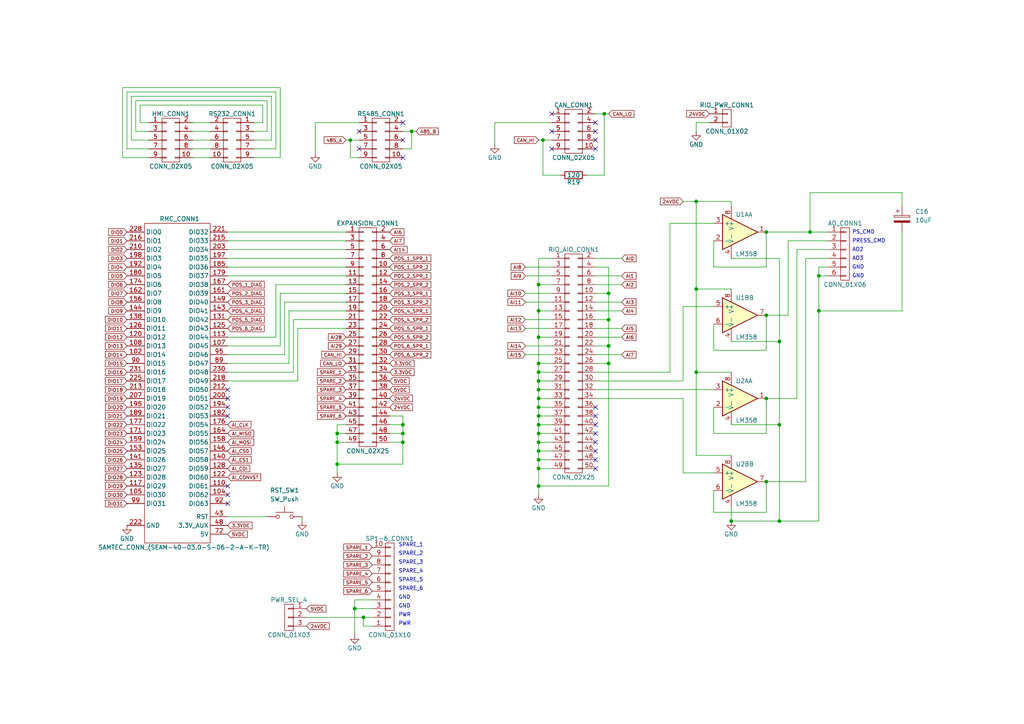
<source format=kicad_sch>
(kicad_sch (version 20250114) (generator "eeschema") (generator_version "9.0")
  (paper "A4")
  (text "SPARE_6" (at 115.57 171.45 0) (effects (font (size 1.0922 1.0922)) (justify left bottom)))
  (text "SPARE_1" (at 115.57 158.75 0) (effects (font (size 1.0922 1.0922)) (justify left bottom)))
  (text "PS_CMD" (at 247.142 68.072 0) (effects (font (size 1.0922 1.0922)) (justify left bottom)))
  (text "GND" (at 115.57 173.99 0) (effects (font (size 1.0922 1.0922)) (justify left bottom)))
  (text "GND" (at 247.142 80.772 0) (effects (font (size 1.0922 1.0922)) (justify left bottom)))
  (text "SPARE_3" (at 115.57 163.83 0) (effects (font (size 1.0922 1.0922)) (justify left bottom)))
  (text "AO3" (at 247.142 75.692 0) (effects (font (size 1.0922 1.0922)) (justify left bottom)))
  (text "GND" (at 247.142 78.232 0) (effects (font (size 1.0922 1.0922)) (justify left bottom)))
  (text "PRESS_CMD" (at 247.142 70.612 0) (effects (font (size 1.0922 1.0922)) (justify left bottom)))
  (text "PWR" (at 115.57 181.61 0) (effects (font (size 1.0922 1.0922)) (justify left bottom)))
  (text "PWR" (at 115.57 179.07 0) (effects (font (size 1.0922 1.0922)) (justify left bottom)))
  (text "AO2" (at 247.142 73.152 0) (effects (font (size 1.0922 1.0922)) (justify left bottom)))
  (text "GND" (at 115.57 176.53 0) (effects (font (size 1.0922 1.0922)) (justify left bottom)))
  (text "SPARE_4" (at 115.57 166.37 0) (effects (font (size 1.0922 1.0922)) (justify left bottom)))
  (text "SPARE_5" (at 115.57 168.91 0) (effects (font (size 1.0922 1.0922)) (justify left bottom)))
  (text "SPARE_2" (at 115.57 161.29 0) (effects (font (size 1.0922 1.0922)) (justify left bottom)))
  (junction (at 119.38 38.1))
  (junction (at 156.21 123.19))
  (junction (at 156.21 120.65))
  (junction (at 226.06 151.13))
  (junction (at 175.26 33.02))
  (junction (at 97.79 125.73))
  (junction (at 156.21 82.55))
  (junction (at 201.93 58.42))
  (junction (at 97.79 134.62))
  (junction (at 237.49 80.01))
  (junction (at 156.21 118.11))
  (junction (at 176.53 85.09))
  (junction (at 222.25 91.44))
  (junction (at 156.21 135.89))
  (junction (at 156.21 125.73))
  (junction (at 201.93 83.82))
  (junction (at 116.84 125.73))
  (junction (at 156.21 140.97))
  (junction (at 116.84 128.27))
  (junction (at 156.21 133.35))
  (junction (at 97.79 128.27))
  (junction (at 156.21 130.81))
  (junction (at 226.06 123.19))
  (junction (at 116.84 123.19))
  (junction (at 156.21 90.17))
  (junction (at 234.95 67.31))
  (junction (at 156.21 105.41))
  (junction (at 176.53 100.33))
  (junction (at 222.25 115.57))
  (junction (at 157.48 40.64))
  (junction (at 101.6 40.64))
  (junction (at 222.25 139.7))
  (junction (at 102.87 176.53))
  (junction (at 222.25 67.31))
  (junction (at 156.21 115.57))
  (junction (at 156.21 107.95))
  (junction (at 105.41 179.07))
  (junction (at 176.53 105.41))
  (junction (at 176.53 92.71))
  (junction (at 226.06 99.06))
  (junction (at 156.21 97.79))
  (junction (at 156.21 113.03))
  (junction (at 156.21 110.49))
  (junction (at 156.21 128.27))
  (junction (at 201.93 107.95))
  (junction (at 237.49 90.17))
  (junction (at 212.09 151.13))
  (no_connect (at 116.84 45.72))
  (no_connect (at 172.72 40.64))
  (no_connect (at 66.04 115.57))
  (no_connect (at 172.72 133.35))
  (no_connect (at 66.04 113.03))
  (no_connect (at 160.02 38.1))
  (no_connect (at 172.72 118.11))
  (no_connect (at 172.72 135.89))
  (no_connect (at 66.04 118.11))
  (no_connect (at 104.14 38.1))
  (no_connect (at 172.72 35.56))
  (no_connect (at 66.04 143.51))
  (no_connect (at 116.84 40.64))
  (no_connect (at 160.02 43.18))
  (no_connect (at 172.72 130.81))
  (no_connect (at 172.72 128.27))
  (no_connect (at 172.72 125.73))
  (no_connect (at 172.72 120.65))
  (no_connect (at 66.04 146.05))
  (no_connect (at 104.14 43.18))
  (no_connect (at 116.84 35.56))
  (no_connect (at 172.72 43.18))
  (no_connect (at 160.02 33.02))
  (no_connect (at 172.72 38.1))
  (no_connect (at 66.04 140.97))
  (no_connect (at 172.72 123.19))
  (no_connect (at 66.04 120.65))
  (wire (pts (xy 212.09 58.42) (xy 212.09 59.69)))
  (wire (pts (xy 198.12 58.42) (xy 201.93 58.42)))
  (wire (pts (xy 85.09 107.95) (xy 85.09 92.71)))
  (wire (pts (xy 83.82 90.17) (xy 100.33 90.17)))
  (wire (pts (xy 81.28 45.72) (xy 73.66 45.72)))
  (wire (pts (xy 198.12 110.49) (xy 172.72 110.49)))
  (wire (pts (xy 66.04 72.39) (xy 100.33 72.39)))
  (wire (pts (xy 66.04 77.47) (xy 100.33 77.47)))
  (wire (pts (xy 222.25 67.31) (xy 222.25 77.47)))
  (wire (pts (xy 156.21 140.97) (xy 156.21 143.51)))
  (wire (pts (xy 88.9 179.07) (xy 105.41 179.07)))
  (wire (pts (xy 104.14 45.72) (xy 101.6 45.72)))
  (wire (pts (xy 207.01 148.59) (xy 207.01 142.24)))
  (wire (pts (xy 226.06 99.06) (xy 212.09 99.06)))
  (wire (pts (xy 43.18 35.56) (xy 40.64 35.56)))
  (wire (pts (xy 83.82 105.41) (xy 83.82 90.17)))
  (wire (pts (xy 78.74 40.64) (xy 73.66 40.64)))
  (wire (pts (xy 170.18 50.8) (xy 175.26 50.8)))
  (wire (pts (xy 160.02 87.63) (xy 152.4 87.63)))
  (wire (pts (xy 86.36 110.49) (xy 86.36 95.25)))
  (wire (pts (xy 222.25 148.59) (xy 207.01 148.59)))
  (wire (pts (xy 55.88 38.1) (xy 60.96 38.1)))
  (wire (pts (xy 201.93 107.95) (xy 201.93 132.08)))
  (wire (pts (xy 104.14 35.56) (xy 91.44 35.56)))
  (wire (pts (xy 102.87 184.15) (xy 102.87 176.53)))
  (wire (pts (xy 222.25 101.6) (xy 207.01 101.6)))
  (wire (pts (xy 40.64 30.48) (xy 76.2 30.48)))
  (wire (pts (xy 172.72 77.47) (xy 176.53 77.47)))
  (wire (pts (xy 119.38 43.18) (xy 119.38 38.1)))
  (wire (pts (xy 231.14 115.57) (xy 231.14 72.39)))
  (wire (pts (xy 175.26 50.8) (xy 175.26 33.02)))
  (wire (pts (xy 156.21 110.49) (xy 160.02 110.49)))
  (wire (pts (xy 201.93 35.56) (xy 201.93 38.1)))
  (wire (pts (xy 180.34 87.63) (xy 172.72 87.63)))
  (wire (pts (xy 226.06 74.93) (xy 226.06 99.06)))
  (wire (pts (xy 116.84 38.1) (xy 119.38 38.1)))
  (wire (pts (xy 160.02 128.27) (xy 156.21 128.27)))
  (wire (pts (xy 237.49 90.17) (xy 237.49 80.01)))
  (wire (pts (xy 156.21 123.19) (xy 156.21 125.73)))
  (wire (pts (xy 176.53 105.41) (xy 176.53 140.97)))
  (wire (pts (xy 152.4 77.47) (xy 160.02 77.47)))
  (wire (pts (xy 157.48 40.64) (xy 160.02 40.64)))
  (wire (pts (xy 40.64 35.56) (xy 40.64 30.48)))
  (wire (pts (xy 240.03 80.01) (xy 237.49 80.01)))
  (wire (pts (xy 160.02 123.19) (xy 156.21 123.19)))
  (wire (pts (xy 172.72 100.33) (xy 176.53 100.33)))
  (wire (pts (xy 76.2 35.56) (xy 73.66 35.56)))
  (wire (pts (xy 228.6 69.85) (xy 240.03 69.85)))
  (wire (pts (xy 116.84 120.65) (xy 116.84 123.19)))
  (wire (pts (xy 55.88 43.18) (xy 60.96 43.18)))
  (wire (pts (xy 91.44 35.56) (xy 91.44 44.45)))
  (wire (pts (xy 160.02 130.81) (xy 156.21 130.81)))
  (wire (pts (xy 237.49 80.01) (xy 237.49 77.47)))
  (wire (pts (xy 152.4 100.33) (xy 160.02 100.33)))
  (wire (pts (xy 97.79 123.19) (xy 97.79 125.73)))
  (wire (pts (xy 113.03 128.27) (xy 116.84 128.27)))
  (wire (pts (xy 39.37 29.21) (xy 39.37 38.1)))
  (wire (pts (xy 226.06 99.06) (xy 226.06 123.19)))
  (wire (pts (xy 156.21 125.73) (xy 156.21 128.27)))
  (wire (pts (xy 66.04 80.01) (xy 100.33 80.01)))
  (wire (pts (xy 81.28 25.4) (xy 81.28 45.72)))
  (wire (pts (xy 226.06 123.19) (xy 212.09 123.19)))
  (wire (pts (xy 119.38 38.1) (xy 120.65 38.1)))
  (wire (pts (xy 97.79 128.27) (xy 97.79 134.62)))
  (wire (pts (xy 107.95 176.53) (xy 102.87 176.53)))
  (wire (pts (xy 73.66 43.18) (xy 80.01 43.18)))
  (wire (pts (xy 201.93 58.42) (xy 212.09 58.42)))
  (wire (pts (xy 152.4 85.09) (xy 160.02 85.09)))
  (wire (pts (xy 36.83 43.18) (xy 43.18 43.18)))
  (wire (pts (xy 82.55 102.87) (xy 82.55 87.63)))
  (wire (pts (xy 97.79 134.62) (xy 97.79 137.16)))
  (wire (pts (xy 198.12 137.16) (xy 207.01 137.16)))
  (wire (pts (xy 43.18 45.72) (xy 35.56 45.72)))
  (wire (pts (xy 73.66 38.1) (xy 77.47 38.1)))
  (wire (pts (xy 66.04 102.87) (xy 82.55 102.87)))
  (wire (pts (xy 100.33 125.73) (xy 97.79 125.73)))
  (wire (pts (xy 55.88 35.56) (xy 60.96 35.56)))
  (wire (pts (xy 176.53 100.33) (xy 176.53 105.41)))
  (wire (pts (xy 175.26 33.02) (xy 176.53 33.02)))
  (wire (pts (xy 172.72 97.79) (xy 180.34 97.79)))
  (wire (pts (xy 116.84 123.19) (xy 116.84 125.73)))
  (wire (pts (xy 116.84 123.19) (xy 113.03 123.19)))
  (wire (pts (xy 39.37 38.1) (xy 43.18 38.1)))
  (wire (pts (xy 81.28 100.33) (xy 81.28 85.09)))
  (wire (pts (xy 156.21 115.57) (xy 156.21 118.11)))
  (wire (pts (xy 205.74 35.56) (xy 201.93 35.56)))
  (wire (pts (xy 156.21 128.27) (xy 156.21 130.81)))
  (wire (pts (xy 82.55 87.63) (xy 100.33 87.63)))
  (wire (pts (xy 222.25 91.44) (xy 222.25 101.6)))
  (wire (pts (xy 176.53 92.71) (xy 176.53 100.33)))
  (wire (pts (xy 201.93 83.82) (xy 201.93 107.95)))
  (wire (pts (xy 160.02 120.65) (xy 156.21 120.65)))
  (wire (pts (xy 66.04 107.95) (xy 85.09 107.95)))
  (wire (pts (xy 156.21 118.11) (xy 156.21 120.65)))
  (wire (pts (xy 156.21 120.65) (xy 156.21 123.19)))
  (wire (pts (xy 116.84 128.27) (xy 116.84 134.62)))
  (wire (pts (xy 222.25 91.44) (xy 228.6 91.44)))
  (wire (pts (xy 157.48 50.8) (xy 157.48 40.64)))
  (wire (pts (xy 66.04 74.93) (xy 100.33 74.93)))
  (wire (pts (xy 143.51 35.56) (xy 143.51 41.91)))
  (wire (pts (xy 38.1 40.64) (xy 38.1 27.94)))
  (wire (pts (xy 212.09 151.13) (xy 226.06 151.13)))
  (wire (pts (xy 66.04 110.49) (xy 86.36 110.49)))
  (wire (pts (xy 231.14 72.39) (xy 240.03 72.39)))
  (wire (pts (xy 207.01 101.6) (xy 207.01 93.98)))
  (wire (pts (xy 97.79 125.73) (xy 97.79 128.27)))
  (wire (pts (xy 156.21 107.95) (xy 156.21 110.49)))
  (wire (pts (xy 160.02 118.11) (xy 156.21 118.11)))
  (wire (pts (xy 66.04 97.79) (xy 80.01 97.79)))
  (wire (pts (xy 66.04 149.86) (xy 77.47 149.86)))
  (wire (pts (xy 35.56 45.72) (xy 35.56 25.4)))
  (wire (pts (xy 77.47 29.21) (xy 39.37 29.21)))
  (wire (pts (xy 176.53 85.09) (xy 176.53 92.71)))
  (wire (pts (xy 207.01 77.47) (xy 207.01 69.85)))
  (wire (pts (xy 198.12 115.57) (xy 198.12 137.16)))
  (wire (pts (xy 237.49 151.13) (xy 237.49 90.17)))
  (wire (pts (xy 36.83 26.67) (xy 36.83 43.18)))
  (wire (pts (xy 212.09 147.32) (xy 212.09 151.13)))
  (wire (pts (xy 100.33 123.19) (xy 97.79 123.19)))
  (wire (pts (xy 116.84 43.18) (xy 119.38 43.18)))
  (wire (pts (xy 194.31 64.77) (xy 207.01 64.77)))
  (wire (pts (xy 105.41 181.61) (xy 105.41 179.07)))
  (wire (pts (xy 102.87 173.99) (xy 107.95 173.99)))
  (wire (pts (xy 116.84 125.73) (xy 116.84 128.27)))
  (wire (pts (xy 55.88 40.64) (xy 60.96 40.64)))
  (wire (pts (xy 194.31 64.77) (xy 194.31 107.95)))
  (wire (pts (xy 201.93 132.08) (xy 212.09 132.08)))
  (wire (pts (xy 38.1 27.94) (xy 78.74 27.94)))
  (wire (pts (xy 116.84 134.62) (xy 97.79 134.62)))
  (wire (pts (xy 43.18 40.64) (xy 38.1 40.64)))
  (wire (pts (xy 156.21 130.81) (xy 156.21 133.35)))
  (wire (pts (xy 66.04 105.41) (xy 83.82 105.41)))
  (wire (pts (xy 80.01 97.79) (xy 80.01 82.55)))
  (wire (pts (xy 80.01 26.67) (xy 36.83 26.67)))
  (wire (pts (xy 233.68 139.7) (xy 233.68 74.93)))
  (wire (pts (xy 160.02 125.73) (xy 156.21 125.73)))
  (wire (pts (xy 87.63 149.86) (xy 87.63 151.13)))
  (wire (pts (xy 107.95 181.61) (xy 105.41 181.61)))
  (wire (pts (xy 156.21 105.41) (xy 156.21 107.95)))
  (wire (pts (xy 156.21 135.89) (xy 156.21 140.97)))
  (wire (pts (xy 80.01 82.55) (xy 100.33 82.55)))
  (wire (pts (xy 172.72 85.09) (xy 176.53 85.09)))
  (wire (pts (xy 113.03 120.65) (xy 116.84 120.65)))
  (wire (pts (xy 156.21 133.35) (xy 156.21 135.89)))
  (wire (pts (xy 160.02 113.03) (xy 156.21 113.03)))
  (wire (pts (xy 76.2 30.48) (xy 76.2 35.56)))
  (wire (pts (xy 198.12 88.9) (xy 198.12 110.49)))
  (wire (pts (xy 261.62 67.31) (xy 261.62 90.17)))
  (wire (pts (xy 156.21 82.55) (xy 156.21 90.17)))
  (wire (pts (xy 66.04 69.85) (xy 100.33 69.85)))
  (wire (pts (xy 156.21 97.79) (xy 156.21 105.41)))
  (wire (pts (xy 156.21 40.64) (xy 157.48 40.64)))
  (wire (pts (xy 152.4 92.71) (xy 160.02 92.71)))
  (wire (pts (xy 160.02 82.55) (xy 156.21 82.55)))
  (wire (pts (xy 222.25 115.57) (xy 222.25 125.73)))
  (wire (pts (xy 81.28 85.09) (xy 100.33 85.09)))
  (wire (pts (xy 86.36 95.25) (xy 100.33 95.25)))
  (wire (pts (xy 160.02 133.35) (xy 156.21 133.35)))
  (wire (pts (xy 226.06 123.19) (xy 226.06 151.13)))
  (wire (pts (xy 261.62 90.17) (xy 237.49 90.17)))
  (wire (pts (xy 156.21 74.93) (xy 156.21 82.55)))
  (wire (pts (xy 35.56 25.4) (xy 81.28 25.4)))
  (wire (pts (xy 55.88 45.72) (xy 60.96 45.72)))
  (wire (pts (xy 176.53 140.97) (xy 156.21 140.97)))
  (wire (pts (xy 160.02 105.41) (xy 156.21 105.41)))
  (wire (pts (xy 78.74 27.94) (xy 78.74 40.64)))
  (wire (pts (xy 160.02 80.01) (xy 152.4 80.01)))
  (wire (pts (xy 261.62 55.88) (xy 234.95 55.88)))
  (wire (pts (xy 160.02 90.17) (xy 156.21 90.17)))
  (wire (pts (xy 105.41 179.07) (xy 107.95 179.07)))
  (wire (pts (xy 222.25 77.47) (xy 207.01 77.47)))
  (wire (pts (xy 101.6 40.64) (xy 104.14 40.64)))
  (wire (pts (xy 226.06 151.13) (xy 237.49 151.13)))
  (wire (pts (xy 207.01 125.73) (xy 207.01 118.11)))
  (wire (pts (xy 180.34 80.01) (xy 172.72 80.01)))
  (wire (pts (xy 180.34 95.25) (xy 172.72 95.25)))
  (wire (pts (xy 156.21 113.03) (xy 156.21 115.57)))
  (wire (pts (xy 156.21 115.57) (xy 160.02 115.57)))
  (wire (pts (xy 228.6 91.44) (xy 228.6 69.85)))
  (wire (pts (xy 172.72 92.71) (xy 176.53 92.71)))
  (wire (pts (xy 102.87 176.53) (xy 102.87 173.99)))
  (wire (pts (xy 172.72 115.57) (xy 198.12 115.57)))
  (wire (pts (xy 240.03 67.31) (xy 234.95 67.31)))
  (wire (pts (xy 100.33 128.27) (xy 97.79 128.27)))
  (wire (pts (xy 80.01 43.18) (xy 80.01 26.67)))
  (wire (pts (xy 180.34 102.87) (xy 172.72 102.87)))
  (wire (pts (xy 143.51 35.56) (xy 160.02 35.56)))
  (wire (pts (xy 101.6 45.72) (xy 101.6 40.64)))
  (wire (pts (xy 201.93 58.42) (xy 201.93 83.82)))
  (wire (pts (xy 85.09 92.71) (xy 100.33 92.71)))
  (wire (pts (xy 212.09 83.82) (xy 201.93 83.82)))
  (wire (pts (xy 77.47 38.1) (xy 77.47 29.21)))
  (wire (pts (xy 100.33 40.64) (xy 101.6 40.64)))
  (wire (pts (xy 66.04 67.31) (xy 100.33 67.31)))
  (wire (pts (xy 156.21 90.17) (xy 156.21 97.79)))
  (wire (pts (xy 222.25 139.7) (xy 233.68 139.7)))
  (wire (pts (xy 172.72 33.02) (xy 175.26 33.02)))
  (wire (pts (xy 172.72 113.03) (xy 207.01 113.03)))
  (wire (pts (xy 156.21 110.49) (xy 156.21 113.03)))
  (wire (pts (xy 201.93 107.95) (xy 212.09 107.95)))
  (wire (pts (xy 113.03 125.73) (xy 116.84 125.73)))
  (wire (pts (xy 222.25 139.7) (xy 222.25 148.59)))
  (wire (pts (xy 234.95 55.88) (xy 234.95 67.31)))
  (wire (pts (xy 160.02 102.87) (xy 152.4 102.87)))
  (wire (pts (xy 66.04 100.33) (xy 81.28 100.33)))
  (wire (pts (xy 156.21 107.95) (xy 160.02 107.95)))
  (wire (pts (xy 194.31 107.95) (xy 172.72 107.95)))
  (wire (pts (xy 160.02 135.89) (xy 156.21 135.89)))
  (wire (pts (xy 233.68 74.93) (xy 240.03 74.93)))
  (wire (pts (xy 222.25 125.73) (xy 207.01 125.73)))
  (wire (pts (xy 222.25 115.57) (xy 231.14 115.57)))
  (wire (pts (xy 198.12 88.9) (xy 207.01 88.9)))
  (wire (pts (xy 234.95 67.31) (xy 222.25 67.31)))
  (wire (pts (xy 160.02 95.25) (xy 152.4 95.25)))
  (wire (pts (xy 160.02 97.79) (xy 156.21 97.79)))
  (wire (pts (xy 162.56 50.8) (xy 157.48 50.8)))
  (wire (pts (xy 226.06 74.93) (xy 212.09 74.93)))
  (wire (pts (xy 172.72 90.17) (xy 180.34 90.17)))
  (wire (pts (xy 156.21 74.93) (xy 160.02 74.93)))
  (wire (pts (xy 176.53 105.41) (xy 172.72 105.41)))
  (wire (pts (xy 172.72 82.55) (xy 180.34 82.55)))
  (wire (pts (xy 172.72 74.93) (xy 180.34 74.93)))
  (wire (pts (xy 176.53 77.47) (xy 176.53 85.09)))
  (wire (pts (xy 237.49 77.47) (xy 240.03 77.47)))
  (wire (pts (xy 261.62 59.69) (xy 261.62 55.88)))
  (global_label "DIO5" (shape input) (at 36.83 80.01 180) (effects (font (size 0.9906 0.9906))) (property "Intersheetrefs" "${INTERSHEET_REFS}" (effects (hide yes))))
  (global_label "POS_4_SPR_1" (shape input) (at 113.03 90.17 0) (effects (font (size 0.9906 0.9906))) (property "Intersheetrefs" "${INTERSHEET_REFS}" (effects (hide yes))))
  (global_label "AI14" (shape input) (at 152.4 100.33 180) (effects (font (size 0.9906 0.9906))) (property "Intersheetrefs" "${INTERSHEET_REFS}" (effects (hide yes))))
  (global_label "SPARE_5" (shape input) (at 107.95 168.91 180) (effects (font (size 0.9906 0.9906))) (property "Intersheetrefs" "${INTERSHEET_REFS}" (effects (hide yes))))
  (global_label "DIO27" (shape input) (at 36.83 135.89 180) (effects (font (size 0.9906 0.9906))) (property "Intersheetrefs" "${INTERSHEET_REFS}" (effects (hide yes))))
  (global_label "AI15" (shape input) (at 152.4 102.87 180) (effects (font (size 0.9906 0.9906))) (property "Intersheetrefs" "${INTERSHEET_REFS}" (effects (hide yes))))
  (global_label "DIO3" (shape input) (at 36.83 74.93 180) (effects (font (size 0.9906 0.9906))) (property "Intersheetrefs" "${INTERSHEET_REFS}" (effects (hide yes))))
  (global_label "24VDC" (shape input) (at 88.9 181.61 0) (effects (font (size 0.9906 0.9906))) (property "Intersheetrefs" "${INTERSHEET_REFS}" (effects (hide yes))))
  (global_label "DIO18" (shape input) (at 36.83 113.03 180) (effects (font (size 0.9906 0.9906))) (property "Intersheetrefs" "${INTERSHEET_REFS}" (effects (hide yes))))
  (global_label "DIO6" (shape input) (at 36.83 82.55 180) (effects (font (size 0.9906 0.9906))) (property "Intersheetrefs" "${INTERSHEET_REFS}" (effects (hide yes))))
  (global_label "POS_6_SPR_2" (shape input) (at 113.03 102.87 0) (effects (font (size 0.9906 0.9906))) (property "Intersheetrefs" "${INTERSHEET_REFS}" (effects (hide yes))))
  (global_label "AI6" (shape input) (at 180.34 97.79 0) (effects (font (size 0.9906 0.9906))) (property "Intersheetrefs" "${INTERSHEET_REFS}" (effects (hide yes))))
  (global_label "AI7" (shape input) (at 180.34 102.87 0) (effects (font (size 0.9906 0.9906))) (property "Intersheetrefs" "${INTERSHEET_REFS}" (effects (hide yes))))
  (global_label "DIO4" (shape input) (at 36.83 77.47 180) (effects (font (size 0.9906 0.9906))) (property "Intersheetrefs" "${INTERSHEET_REFS}" (effects (hide yes))))
  (global_label "DIO17" (shape input) (at 36.83 110.49 180) (effects (font (size 0.9906 0.9906))) (property "Intersheetrefs" "${INTERSHEET_REFS}" (effects (hide yes))))
  (global_label "DIO7" (shape input) (at 36.83 85.09 180) (effects (font (size 0.9906 0.9906))) (property "Intersheetrefs" "${INTERSHEET_REFS}" (effects (hide yes))))
  (global_label "DIO8" (shape input) (at 36.83 87.63 180) (effects (font (size 0.9906 0.9906))) (property "Intersheetrefs" "${INTERSHEET_REFS}" (effects (hide yes))))
  (global_label "DIO26" (shape input) (at 36.83 133.35 180) (effects (font (size 0.9906 0.9906))) (property "Intersheetrefs" "${INTERSHEET_REFS}" (effects (hide yes))))
  (global_label "POS_3_DIAG" (shape input) (at 66.04 87.63 0) (effects (font (size 0.9906 0.9906))) (property "Intersheetrefs" "${INTERSHEET_REFS}" (effects (hide yes))))
  (global_label "AI13" (shape input) (at 152.4 95.25 180) (effects (font (size 0.9906 0.9906))) (property "Intersheetrefs" "${INTERSHEET_REFS}" (effects (hide yes))))
  (global_label "CAN_LO" (shape input) (at 100.33 105.41 180) (effects (font (size 0.9906 0.9906))) (property "Intersheetrefs" "${INTERSHEET_REFS}" (effects (hide yes))))
  (global_label "485_B" (shape input) (at 120.65 38.1 0) (effects (font (size 0.9906 0.9906))) (property "Intersheetrefs" "${INTERSHEET_REFS}" (effects (hide yes))))
  (global_label "AI11" (shape input) (at 152.4 87.63 180) (effects (font (size 0.9906 0.9906))) (property "Intersheetrefs" "${INTERSHEET_REFS}" (effects (hide yes))))
  (global_label "POS_5_DIAG" (shape input) (at 66.04 92.71 0) (effects (font (size 0.9906 0.9906))) (property "Intersheetrefs" "${INTERSHEET_REFS}" (effects (hide yes))))
  (global_label "AI_CLK" (shape input) (at 66.04 123.19 0) (effects (font (size 0.9906 0.9906))) (property "Intersheetrefs" "${INTERSHEET_REFS}" (effects (hide yes))))
  (global_label "CAN_HI" (shape input) (at 100.33 102.87 180) (effects (font (size 0.9906 0.9906))) (property "Intersheetrefs" "${INTERSHEET_REFS}" (effects (hide yes))))
  (global_label "AI29" (shape input) (at 100.33 100.33 180) (effects (font (size 0.9906 0.9906))) (property "Intersheetrefs" "${INTERSHEET_REFS}" (effects (hide yes))))
  (global_label "DIO20" (shape input) (at 36.83 118.11 180) (effects (font (size 0.9906 0.9906))) (property "Intersheetrefs" "${INTERSHEET_REFS}" (effects (hide yes))))
  (global_label "POS_2_SPR_2" (shape input) (at 113.03 82.55 0) (effects (font (size 0.9906 0.9906))) (property "Intersheetrefs" "${INTERSHEET_REFS}" (effects (hide yes))))
  (global_label "AI9" (shape input) (at 152.4 80.01 180) (effects (font (size 0.9906 0.9906))) (property "Intersheetrefs" "${INTERSHEET_REFS}" (effects (hide yes))))
  (global_label "SPARE_1" (shape input) (at 107.95 158.75 180) (effects (font (size 0.9906 0.9906))) (property "Intersheetrefs" "${INTERSHEET_REFS}" (effects (hide yes))))
  (global_label "5VDC" (shape input) (at 66.04 154.94 0) (effects (font (size 0.9906 0.9906))) (property "Intersheetrefs" "${INTERSHEET_REFS}" (effects (hide yes))))
  (global_label "AI6" (shape input) (at 113.03 67.31 0) (effects (font (size 0.9906 0.9906))) (property "Intersheetrefs" "${INTERSHEET_REFS}" (effects (hide yes))))
  (global_label "POS_3_SPR_1" (shape input) (at 113.03 85.09 0) (effects (font (size 0.9906 0.9906))) (property "Intersheetrefs" "${INTERSHEET_REFS}" (effects (hide yes))))
  (global_label "POS_1_DIAG" (shape input) (at 66.04 82.55 0) (effects (font (size 0.9906 0.9906))) (property "Intersheetrefs" "${INTERSHEET_REFS}" (effects (hide yes))))
  (global_label "CAN_LO" (shape input) (at 176.53 33.02 0) (effects (font (size 0.9906 0.9906))) (property "Intersheetrefs" "${INTERSHEET_REFS}" (effects (hide yes))))
  (global_label "AI0" (shape input) (at 180.34 74.93 0) (effects (font (size 0.9906 0.9906))) (property "Intersheetrefs" "${INTERSHEET_REFS}" (effects (hide yes))))
  (global_label "POS_2_DIAG" (shape input) (at 66.04 85.09 0) (effects (font (size 0.9906 0.9906))) (property "Intersheetrefs" "${INTERSHEET_REFS}" (effects (hide yes))))
  (global_label "24VDC" (shape input) (at 113.03 115.57 0) (effects (font (size 0.9906 0.9906))) (property "Intersheetrefs" "${INTERSHEET_REFS}" (effects (hide yes))))
  (global_label "DIO25" (shape input) (at 36.83 130.81 180) (effects (font (size 0.9906 0.9906))) (property "Intersheetrefs" "${INTERSHEET_REFS}" (effects (hide yes))))
  (global_label "AI8" (shape input) (at 152.4 77.47 180) (effects (font (size 0.9906 0.9906))) (property "Intersheetrefs" "${INTERSHEET_REFS}" (effects (hide yes))))
  (global_label "AI28" (shape input) (at 100.33 97.79 180) (effects (font (size 0.9906 0.9906))) (property "Intersheetrefs" "${INTERSHEET_REFS}" (effects (hide yes))))
  (global_label "AI_MOSI" (shape input) (at 66.04 128.27 0) (effects (font (size 0.9906 0.9906))) (property "Intersheetrefs" "${INTERSHEET_REFS}" (effects (hide yes))))
  (global_label "DIO0" (shape input) (at 36.83 67.31 180) (effects (font (size 0.9906 0.9906))) (property "Intersheetrefs" "${INTERSHEET_REFS}" (effects (hide yes))))
  (global_label "AI_CS0" (shape input) (at 66.04 130.81 0) (effects (font (size 0.9906 0.9906))) (property "Intersheetrefs" "${INTERSHEET_REFS}" (effects (hide yes))))
  (global_label "3.3VDC" (shape input) (at 66.04 152.4 0) (effects (font (size 0.9906 0.9906))) (property "Intersheetrefs" "${INTERSHEET_REFS}" (effects (hide yes))))
  (global_label "AI3" (shape input) (at 180.34 87.63 0) (effects (font (size 0.9906 0.9906))) (property "Intersheetrefs" "${INTERSHEET_REFS}" (effects (hide yes))))
  (global_label "POS_6_SPR_1" (shape input) (at 113.03 100.33 0) (effects (font (size 0.9906 0.9906))) (property "Intersheetrefs" "${INTERSHEET_REFS}" (effects (hide yes))))
  (global_label "AI_CS1" (shape input) (at 66.04 133.35 0) (effects (font (size 0.9906 0.9906))) (property "Intersheetrefs" "${INTERSHEET_REFS}" (effects (hide yes))))
  (global_label "DIO31" (shape input) (at 36.83 146.05 180) (effects (font (size 0.9906 0.9906))) (property "Intersheetrefs" "${INTERSHEET_REFS}" (effects (hide yes))))
  (global_label "POS_4_SPR_2" (shape input) (at 113.03 92.71 0) (effects (font (size 0.9906 0.9906))) (property "Intersheetrefs" "${INTERSHEET_REFS}" (effects (hide yes))))
  (global_label "DIO22" (shape input) (at 36.83 123.19 180) (effects (font (size 0.9906 0.9906))) (property "Intersheetrefs" "${INTERSHEET_REFS}" (effects (hide yes))))
  (global_label "DIO28" (shape input) (at 36.83 138.43 180) (effects (font (size 0.9906 0.9906))) (property "Intersheetrefs" "${INTERSHEET_REFS}" (effects (hide yes))))
  (global_label "POS_3_SPR_2" (shape input) (at 113.03 87.63 0) (effects (font (size 0.9906 0.9906))) (property "Intersheetrefs" "${INTERSHEET_REFS}" (effects (hide yes))))
  (global_label "DIO19" (shape input) (at 36.83 115.57 180) (effects (font (size 0.9906 0.9906))) (property "Intersheetrefs" "${INTERSHEET_REFS}" (effects (hide yes))))
  (global_label "POS_1_SPR_1" (shape input) (at 113.03 74.93 0) (effects (font (size 0.9906 0.9906))) (property "Intersheetrefs" "${INTERSHEET_REFS}" (effects (hide yes))))
  (global_label "DIO30" (shape input) (at 36.83 143.51 180) (effects (font (size 0.9906 0.9906))) (property "Intersheetrefs" "${INTERSHEET_REFS}" (effects (hide yes))))
  (global_label "SPARE_1" (shape input) (at 100.33 107.95 180) (effects (font (size 0.9906 0.9906))) (property "Intersheetrefs" "${INTERSHEET_REFS}" (effects (hide yes))))
  (global_label "DIO11" (shape input) (at 36.83 95.25 180) (effects (font (size 0.9906 0.9906))) (property "Intersheetrefs" "${INTERSHEET_REFS}" (effects (hide yes))))
  (global_label "DIO23" (shape input) (at 36.83 125.73 180) (effects (font (size 0.9906 0.9906))) (property "Intersheetrefs" "${INTERSHEET_REFS}" (effects (hide yes))))
  (global_label "5VDC" (shape input) (at 88.9 176.53 0) (effects (font (size 0.9906 0.9906))) (property "Intersheetrefs" "${INTERSHEET_REFS}" (effects (hide yes))))
  (global_label "24VDC" (shape input) (at 205.74 33.02 180) (effects (font (size 0.9906 0.9906))) (property "Intersheetrefs" "${INTERSHEET_REFS}" (effects (hide yes))))
  (global_label "DIO13" (shape input) (at 36.83 100.33 180) (effects (font (size 0.9906 0.9906))) (property "Intersheetrefs" "${INTERSHEET_REFS}" (effects (hide yes))))
  (global_label "CAN_HI" (shape input) (at 156.21 40.64 180) (effects (font (size 0.9906 0.9906))) (property "Intersheetrefs" "${INTERSHEET_REFS}" (effects (hide yes))))
  (global_label "DIO1" (shape input) (at 36.83 69.85 180) (effects (font (size 0.9906 0.9906))) (property "Intersheetrefs" "${INTERSHEET_REFS}" (effects (hide yes))))
  (global_label "DIO9" (shape input) (at 36.83 90.17 180) (effects (font (size 0.9906 0.9906))) (property "Intersheetrefs" "${INTERSHEET_REFS}" (effects (hide yes))))
  (global_label "AI10" (shape input) (at 152.4 85.09 180) (effects (font (size 0.9906 0.9906))) (property "Intersheetrefs" "${INTERSHEET_REFS}" (effects (hide yes))))
  (global_label "AI12" (shape input) (at 152.4 92.71 180) (effects (font (size 0.9906 0.9906))) (property "Intersheetrefs" "${INTERSHEET_REFS}" (effects (hide yes))))
  (global_label "5VDC" (shape input) (at 113.03 110.49 0) (effects (font (size 0.9906 0.9906))) (property "Intersheetrefs" "${INTERSHEET_REFS}" (effects (hide yes))))
  (global_label "POS_2_SPR_1" (shape input) (at 113.03 80.01 0) (effects (font (size 0.9906 0.9906))) (property "Intersheetrefs" "${INTERSHEET_REFS}" (effects (hide yes))))
  (global_label "DIO24" (shape input) (at 36.83 128.27 180) (effects (font (size 0.9906 0.9906))) (property "Intersheetrefs" "${INTERSHEET_REFS}" (effects (hide yes))))
  (global_label "DIO10" (shape input) (at 36.83 92.71 180) (effects (font (size 0.9906 0.9906))) (property "Intersheetrefs" "${INTERSHEET_REFS}" (effects (hide yes))))
  (global_label "SPARE_4" (shape input) (at 100.33 115.57 180) (effects (font (size 0.9906 0.9906))) (property "Intersheetrefs" "${INTERSHEET_REFS}" (effects (hide yes))))
  (global_label "AI14" (shape input) (at 113.03 72.39 0) (effects (font (size 0.9906 0.9906))) (property "Intersheetrefs" "${INTERSHEET_REFS}" (effects (hide yes))))
  (global_label "AI2" (shape input) (at 180.34 82.55 0) (effects (font (size 0.9906 0.9906))) (property "Intersheetrefs" "${INTERSHEET_REFS}" (effects (hide yes))))
  (global_label "3.3VDC" (shape input) (at 113.03 107.95 0) (effects (font (size 0.9906 0.9906))) (property "Intersheetrefs" "${INTERSHEET_REFS}" (effects (hide yes))))
  (global_label "POS_5_SPR_1" (shape input) (at 113.03 95.25 0) (effects (font (size 0.9906 0.9906))) (property "Intersheetrefs" "${INTERSHEET_REFS}" (effects (hide yes))))
  (global_label "DIO29" (shape input) (at 36.83 140.97 180) (effects (font (size 0.9906 0.9906))) (property "Intersheetrefs" "${INTERSHEET_REFS}" (effects (hide yes))))
  (global_label "3.3VDC" (shape input) (at 113.03 105.41 0) (effects (font (size 0.9906 0.9906))) (property "Intersheetrefs" "${INTERSHEET_REFS}" (effects (hide yes))))
  (global_label "SPARE_3" (shape input) (at 100.33 113.03 180) (effects (font (size 0.9906 0.9906))) (property "Intersheetrefs" "${INTERSHEET_REFS}" (effects (hide yes))))
  (global_label "5VDC" (shape input) (at 113.03 113.03 0) (effects (font (size 0.9906 0.9906))) (property "Intersheetrefs" "${INTERSHEET_REFS}" (effects (hide yes))))
  (global_label "AI_CDI" (shape input) (at 66.04 135.89 0) (effects (font (size 0.9906 0.9906))) (property "Intersheetrefs" "${INTERSHEET_REFS}" (effects (hide yes))))
  (global_label "DIO14" (shape input) (at 36.83 102.87 180) (effects (font (size 0.9906 0.9906))) (property "Intersheetrefs" "${INTERSHEET_REFS}" (effects (hide yes))))
  (global_label "DIO2" (shape input) (at 36.83 72.39 180) (effects (font (size 0.9906 0.9906))) (property "Intersheetrefs" "${INTERSHEET_REFS}" (effects (hide yes))))
  (global_label "485_A" (shape input) (at 100.33 40.64 180) (effects (font (size 0.9906 0.9906))) (property "Intersheetrefs" "${INTERSHEET_REFS}" (effects (hide yes))))
  (global_label "24VDC" (shape input) (at 198.12 58.42 180) (effects (font (size 0.9906 0.9906))) (property "Intersheetrefs" "${INTERSHEET_REFS}" (effects (hide yes))))
  (global_label "DIO15" (shape input) (at 36.83 105.41 180) (effects (font (size 0.9906 0.9906))) (property "Intersheetrefs" "${INTERSHEET_REFS}" (effects (hide yes))))
  (global_label "DIO21" (shape input) (at 36.83 120.65 180) (effects (font (size 0.9906 0.9906))) (property "Intersheetrefs" "${INTERSHEET_REFS}" (effects (hide yes))))
  (global_label "SPARE_3" (shape input) (at 107.95 163.83 180) (effects (font (size 0.9906 0.9906))) (property "Intersheetrefs" "${INTERSHEET_REFS}" (effects (hide yes))))
  (global_label "SPARE_6" (shape input) (at 107.95 171.45 180) (effects (font (size 0.9906 0.9906))) (property "Intersheetrefs" "${INTERSHEET_REFS}" (effects (hide yes))))
  (global_label "SPARE_6" (shape input) (at 100.33 120.65 180) (effects (font (size 0.9906 0.9906))) (property "Intersheetrefs" "${INTERSHEET_REFS}" (effects (hide yes))))
  (global_label "AI7" (shape input) (at 113.03 69.85 0) (effects (font (size 0.9906 0.9906))) (property "Intersheetrefs" "${INTERSHEET_REFS}" (effects (hide yes))))
  (global_label "AI4" (shape input) (at 180.34 90.17 0) (effects (font (size 0.9906 0.9906))) (property "Intersheetrefs" "${INTERSHEET_REFS}" (effects (hide yes))))
  (global_label "AI_CONVST" (shape input) (at 66.04 138.43 0) (effects (font (size 0.9906 0.9906))) (property "Intersheetrefs" "${INTERSHEET_REFS}" (effects (hide yes))))
  (global_label "DIO16" (shape input) (at 36.83 107.95 180) (effects (font (size 0.9906 0.9906))) (property "Intersheetrefs" "${INTERSHEET_REFS}" (effects (hide yes))))
  (global_label "DIO12" (shape input) (at 36.83 97.79 180) (effects (font (size 0.9906 0.9906))) (property "Intersheetrefs" "${INTERSHEET_REFS}" (effects (hide yes))))
  (global_label "SPARE_2" (shape input) (at 107.95 161.29 180) (effects (font (size 0.9906 0.9906))) (property "Intersheetrefs" "${INTERSHEET_REFS}" (effects (hide yes))))
  (global_label "AI5" (shape input) (at 180.34 95.25 0) (effects (font (size 0.9906 0.9906))) (property "Intersheetrefs" "${INTERSHEET_REFS}" (effects (hide yes))))
  (global_label "AI1" (shape input) (at 180.34 80.01 0) (effects (font (size 0.9906 0.9906))) (property "Intersheetrefs" "${INTERSHEET_REFS}" (effects (hide yes))))
  (global_label "POS_1_SPR_2" (shape input) (at 113.03 77.47 0) (effects (font (size 0.9906 0.9906))) (property "Intersheetrefs" "${INTERSHEET_REFS}" (effects (hide yes))))
  (global_label "AI_MISO" (shape input) (at 66.04 125.73 0) (effects (font (size 0.9906 0.9906))) (property "Intersheetrefs" "${INTERSHEET_REFS}" (effects (hide yes))))
  (global_label "SPARE_2" (shape input) (at 100.33 110.49 180) (effects (font (size 0.9906 0.9906))) (property "Intersheetrefs" "${INTERSHEET_REFS}" (effects (hide yes))))
  (global_label "POS_6_DIAG" (shape input) (at 66.04 95.25 0) (effects (font (size 0.9906 0.9906))) (property "Intersheetrefs" "${INTERSHEET_REFS}" (effects (hide yes))))
  (global_label "POS_4_DIAG" (shape input) (at 66.04 90.17 0) (effects (font (size 0.9906 0.9906))) (property "Intersheetrefs" "${INTERSHEET_REFS}" (effects (hide yes))))
  (global_label "SPARE_4" (shape input) (at 107.95 166.37 180) (effects (font (size 0.9906 0.9906))) (property "Intersheetrefs" "${INTERSHEET_REFS}" (effects (hide yes))))
  (global_label "SPARE_5" (shape input) (at 100.33 118.11 180) (effects (font (size 0.9906 0.9906))) (property "Intersheetrefs" "${INTERSHEET_REFS}" (effects (hide yes))))
  (global_label "POS_5_SPR_2" (shape input) (at 113.03 97.79 0) (effects (font (size 0.9906 0.9906))) (property "Intersheetrefs" "${INTERSHEET_REFS}" (effects (hide yes))))
  (global_label "24VDC" (shape input) (at 113.03 118.11 0) (effects (font (size 0.9906 0.9906))) (property "Intersheetrefs" "${INTERSHEET_REFS}" (effects (hide yes))))
  (symbol (lib_id "Smart-Tank-Motherboard-rescue:SAMTEC_CONN_(SEAM-40-03.0-S-06-2-A-K-TR)") (at 44.45 116.84 0) (unit 1)
    (property "Reference" "RMC_CONN1" (at 52.07 63.5 0))
    (property "Value" "SAMTEC_CONN_(SEAM-40-03.0-S-06-2-A-K-TR)" (at 53.34 158.75 0))
    (property "Footprint" "Smart_Tank:SAMTEC_CONN_(SEAM-40-03.0-S-06-2-A-K-TR)" (effects (hide yes)))
  )
  (symbol (lib_id "Smart-Tank-Motherboard-rescue:CONN_02X25") (at 106.68 97.79 0) (unit 1)
    (property "Reference" "EXPANSION_CONN1" (at 106.68 64.77 0))
    (property "Value" "CONN_02X25" (at 106.68 130.81 0))
    (property "Footprint" "Connect:IDC_Header_Straight_50pins" (effects (hide yes)))
  )
  (symbol (lib_id "Smart-Tank-Motherboard-rescue:GND") (at 97.79 137.16 0) (unit 1)
    (property "Reference" "#PWR04" (effects (hide yes)))
    (property "Value" "GND" (at 97.79 140.97 0))
  )
  (symbol (lib_id "Smart-Tank-Motherboard-rescue:GND") (at 36.83 152.4 0) (unit 1)
    (property "Reference" "#PWR05" (effects (hide yes)))
    (property "Value" "GND" (at 36.83 156.21 0))
  )
  (symbol (lib_id "Smart-Tank-Motherboard-rescue:CONN_02X05") (at 166.37 38.1 0) (unit 1)
    (property "Reference" "CAN_CONN1" (at 166.37 30.48 0))
    (property "Value" "CONN_02X05" (at 166.37 45.72 0))
    (property "Footprint" "Connect:IDC_Header_Straight_10pins" (effects (hide yes)))
  )
  (symbol (lib_id "Smart-Tank-Motherboard-rescue:CONN_02X25") (at 166.37 105.41 0) (unit 1)
    (property "Reference" "RIO_AIO_CONN1" (at 166.37 72.39 0))
    (property "Value" "CONN_02X25" (at 166.37 138.43 0))
    (property "Footprint" "Smart_Tank:50-PIN_HEADER_2mm" (effects (hide yes)))
  )
  (symbol (lib_id "Smart-Tank-Motherboard-rescue:GND") (at 156.21 143.51 0) (unit 1)
    (property "Reference" "#PWR06" (effects (hide yes)))
    (property "Value" "GND" (at 156.21 147.32 0))
  )
  (symbol (lib_id "Smart-Tank-Motherboard-rescue:CONN_01X02") (at 210.82 34.29 0) (unit 1)
    (property "Reference" "RIO_PWR_CONN1" (at 210.82 30.48 0))
    (property "Value" "CONN_01X02" (at 210.82 38.1 0))
    (property "Footprint" "Smart_Tank:MOLEX_2-PIN_CONN_(0039300020)" (effects (hide yes)))
  )
  (symbol (lib_id "Smart-Tank-Motherboard-rescue:GND") (at 201.93 38.1 0) (unit 1)
    (property "Reference" "#PWR07" (effects (hide yes)))
    (property "Value" "GND" (at 201.93 41.91 0))
  )
  (symbol (lib_id "Smart-Tank-Motherboard-rescue:LM358") (at 214.63 67.31 0) (unit 1)
    (property "Reference" "U1A" (at 213.36 62.23 0) (effects (justify left)))
    (property "Value" "LM358" (at 213.36 73.66 0) (effects (justify left)))
    (property "Footprint" "Housings_SOIC:SOIC-8_3.9x4.9mm_Pitch1.27mm" (effects (hide yes)))
  )
  (symbol (lib_id "Smart-Tank-Motherboard-rescue:LM358") (at 214.63 91.44 0) (unit 2)
    (property "Reference" "U1B" (at 213.36 86.36 0) (effects (justify left)))
    (property "Value" "LM358" (at 213.36 97.79 0) (effects (justify left)))
    (property "Footprint" "Housings_SOIC:SOIC-8_3.9x4.9mm_Pitch1.27mm" (effects (hide yes)))
  )
  (symbol (lib_id "Smart-Tank-Motherboard-rescue:LM358") (at 214.63 115.57 0) (unit 1)
    (property "Reference" "U2A" (at 213.36 110.49 0) (effects (justify left)))
    (property "Value" "LM358" (at 213.36 121.92 0) (effects (justify left)))
    (property "Footprint" "Housings_SOIC:SOIC-8_3.9x4.9mm_Pitch1.27mm" (effects (hide yes)))
  )
  (symbol (lib_id "Smart-Tank-Motherboard-rescue:GND") (at 212.09 151.13 0) (unit 1)
    (property "Reference" "#PWR08" (effects (hide yes)))
    (property "Value" "GND" (at 212.09 154.94 0))
  )
  (symbol (lib_id "Smart-Tank-Motherboard-rescue:CONN_01X06") (at 245.11 73.66 0) (unit 1)
    (property "Reference" "AO_CONN1" (at 245.11 64.77 0))
    (property "Value" "CONN_01X06" (at 245.11 82.55 0))
    (property "Footprint" "Smart_Tank:PHX_TB_HDR_6_POS_STR_(1755778)" (effects (hide yes)))
  )
  (symbol (lib_id "Smart-Tank-Motherboard-rescue:R") (at 166.37 50.8 270) (unit 1)
    (property "Reference" "R19" (at 166.37 52.832 90))
    (property "Value" "120" (at 166.37 50.8 90))
    (property "Footprint" "Resistors_SMD:R_1206" (effects (hide yes)))
  )
  (symbol (lib_id "Smart-Tank-Motherboard-rescue:LM358") (at 214.63 139.7 0) (unit 2)
    (property "Reference" "U2B" (at 213.36 134.62 0) (effects (justify left)))
    (property "Value" "LM358" (at 213.36 146.05 0) (effects (justify left)))
    (property "Footprint" "Housings_SOIC:SOIC-8_3.9x4.9mm_Pitch1.27mm" (effects (hide yes)))
  )
  (symbol (lib_id "Smart-Tank-Motherboard-rescue:GND") (at 143.51 41.91 0) (unit 1)
    (property "Reference" "#PWR09" (effects (hide yes)))
    (property "Value" "GND" (at 143.51 45.72 0))
  )
  (symbol (lib_id "Smart-Tank-Motherboard-rescue:CONN_01X10") (at 113.03 170.18 0) (mirror x) (unit 1)
    (property "Reference" "SP1-6_CONN1" (at 113.03 156.21 0))
    (property "Value" "CONN_01X10" (at 113.03 184.15 0))
    (property "Footprint" "Smart_Tank:PHX_TB_HDR_10_POS_STR_(1755817)" (effects (hide yes)))
  )
  (symbol (lib_id "Smart-Tank-Motherboard-rescue:CONN_01X03") (at 83.82 179.07 0) (mirror y) (unit 1)
    (property "Reference" "PWR_SEL_4" (at 83.82 173.99 0))
    (property "Value" "CONN_01X03" (at 83.82 184.15 0))
    (property "Footprint" "Pin_Headers:Pin_Header_Straight_1x03_Pitch2.54mm" (effects (hide yes)))
  )
  (symbol (lib_id "Smart-Tank-Motherboard-rescue:GND") (at 102.87 184.15 0) (unit 1)
    (property "Reference" "#PWR010" (effects (hide yes)))
    (property "Value" "GND" (at 102.87 187.96 0))
  )
  (symbol (lib_id "Smart-Tank-Motherboard-rescue:CONN_02X05") (at 49.53 40.64 0) (unit 1)
    (property "Reference" "HMI_CONN1" (at 49.53 33.02 0))
    (property "Value" "CONN_02X05" (at 49.53 48.26 0))
    (property "Footprint" "Connect:IDC_Header_Straight_10pins" (effects (hide yes)))
  )
  (symbol (lib_id "Smart-Tank-Motherboard-rescue:CONN_02X05") (at 110.49 40.64 0) (unit 1)
    (property "Reference" "RS485_CONN1" (at 110.49 33.02 0))
    (property "Value" "CONN_02X05" (at 110.49 48.26 0))
    (property "Footprint" "Connect:IDC_Header_Straight_10pins" (effects (hide yes)))
  )
  (symbol (lib_id "Switch:SW_Push") (at 82.55 149.86 0) (unit 1)
    (property "Reference" "RST_SW1" (at 82.55 142.24 0))
    (property "Value" "SW_Push" (at 82.55 144.78 0))
    (property "Description" "Push button switch, generic, two pins" (effects (hide yes)))
  )
  (symbol (lib_id "Smart-Tank-Motherboard-rescue:CONN_02X05") (at 67.31 40.64 0) (mirror y) (unit 1)
    (property "Reference" "RS232_CONN1" (at 67.31 33.02 0))
    (property "Value" "CONN_02X05" (at 67.31 48.26 0))
    (property "Footprint" "Connect:IDC_Header_Straight_10pins" (effects (hide yes)))
  )
  (symbol (lib_id "Device:C_Polarized") (at 261.62 63.5 0) (unit 1)
    (property "Reference" "C16" (at 265.43 61.3409 0) (effects (justify left)))
    (property "Value" "10uF" (at 265.43 63.8809 0) (effects (justify left)))
    (property "Description" "Polarized capacitor" (effects (hide yes)))
  )
  (symbol (lib_id "Smart-Tank-Motherboard-rescue:GND") (at 87.63 151.13 0) (unit 1)
    (property "Reference" "#PWR020" (effects (hide yes)))
    (property "Value" "GND" (at 87.63 154.94 0))
  )
  (symbol (lib_id "Smart-Tank-Motherboard-rescue:GND") (at 91.44 44.45 0) (unit 1)
    (property "Reference" "#PWR022" (effects (hide yes)))
    (property "Value" "GND" (at 91.44 48.26 0))
  )
)
</source>
